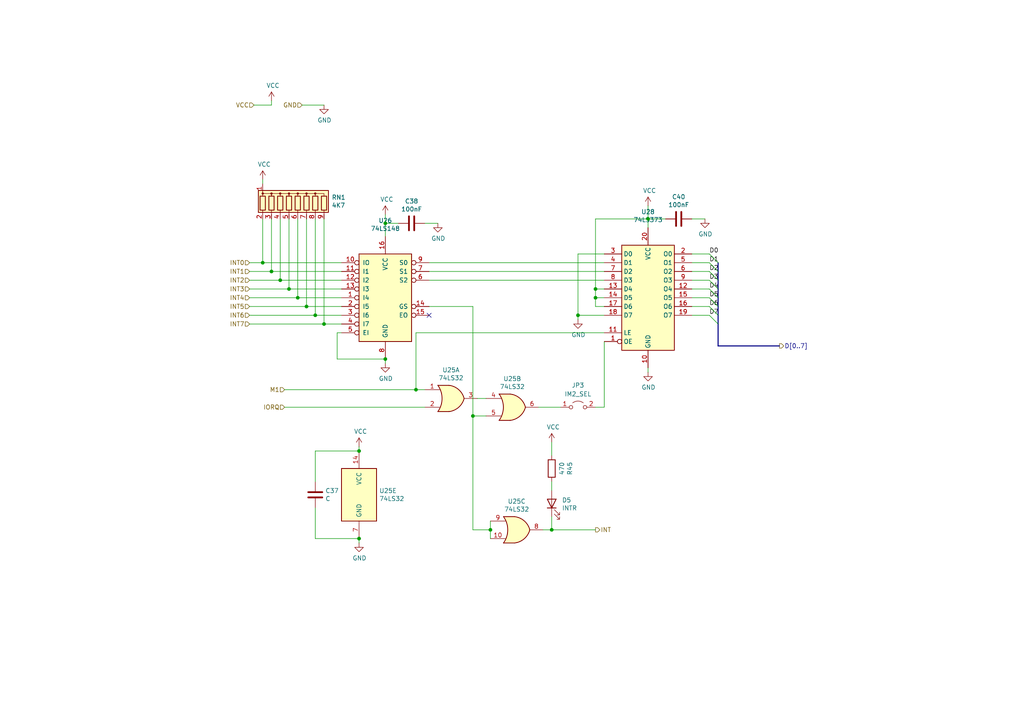
<source format=kicad_sch>
(kicad_sch (version 20211123) (generator eeschema)
  (paper "A4")
  (lib_symbols
    (symbol "74xx:74LS148" (pin_names (offset 1.016))
      (property "Reference" "U" (at -7.62 13.97 0))
      (property "Value" "74LS148" (at -7.62 -13.97 0))
      (symbol "74LS148_1_0"
        (pin input inverted (at -12.7 0 0) (length 5.08) (name "I4") (number "1"))
        (pin input inverted (at -12.7 10.16 0) (length 5.08) (name "IO") (number "10"))
        (pin input inverted (at -12.7 7.62 0) (length 5.08) (name "I1") (number "11"))
        (pin input inverted (at -12.7 5.08 0) (length 5.08) (name "I2") (number "12"))
        (pin input inverted (at -12.7 2.54 0) (length 5.08) (name "I3") (number "13"))
        (pin output inverted (at 12.7 -2.54 180) (length 5.08) (name "GS") (number "14"))
        (pin output inverted (at 12.7 -5.08 180) (length 5.08) (name "EO") (number "15"))
        (pin power_in line (at 0 17.78 270) (length 5.08) (name "VCC") (number "16"))
        (pin input inverted (at -12.7 -2.54 0) (length 5.08) (name "I5") (number "2"))
        (pin input inverted (at -12.7 -5.08 0) (length 5.08) (name "I6") (number "3"))
        (pin input inverted (at -12.7 -7.62 0) (length 5.08) (name "I7") (number "4"))
        (pin input inverted (at -12.7 -10.16 0) (length 5.08) (name "EI") (number "5"))
        (pin output inverted (at 12.7 5.08 180) (length 5.08) (name "S2") (number "6"))
        (pin output inverted (at 12.7 7.62 180) (length 5.08) (name "S1") (number "7"))
        (pin power_in line (at 0 -17.78 90) (length 5.08) (name "GND") (number "8"))
        (pin output inverted (at 12.7 10.16 180) (length 5.08) (name "S0") (number "9"))
      )
      (symbol "74LS148_1_1"
        (rectangle (start -7.62 12.7) (end 7.62 -12.7) (stroke (width 0.254)) (fill (type background)))
      )
    )
    (symbol "74xx:74LS32" (pin_names (offset 1.016))
      (property "Reference" "U" (at 0 1.27 0))
      (property "Value" "74LS32" (at 0 -1.27 0))
      (symbol "74LS32_1_1"
        (arc (start -3.81 -3.81) (mid -2.589 0) (end -3.81 3.81) (stroke (width 0.254)))
        (arc (start -0.6096 -3.81) (mid 2.1842 -2.5851) (end 3.81 0) (stroke (width 0.254)) (fill (type background)))
        (polyline (pts (xy -3.81 -3.81) (xy -0.635 -3.81)) (stroke (width 0.254)) (fill (type background)))
        (polyline (pts (xy -3.81 3.81) (xy -0.635 3.81)) (stroke (width 0.254)) (fill (type background)))
        (polyline (pts (xy -0.635 3.81) (xy -3.81 3.81) (xy -3.81 3.81) (xy -3.556 3.4036) (xy -3.0226 2.2606) (xy -2.6924 1.0414) (xy -2.6162 -0.254) (xy -2.7686 -1.4986) (xy -3.175 -2.7178) (xy -3.81 -3.81) (xy -3.81 -3.81) (xy -0.635 -3.81)) (stroke (width -25.4)) (fill (type background)))
        (arc (start 3.81 0) (mid 2.1915 2.5936) (end -0.6096 3.81) (stroke (width 0.254)) (fill (type background)))
        (pin input line (at -7.62 2.54 0) (length 4.318) (name "~") (number "1"))
        (pin input line (at -7.62 -2.54 0) (length 4.318) (name "~") (number "2"))
        (pin output line (at 7.62 0 180) (length 3.81) (name "~") (number "3"))
      )
      (symbol "74LS32_1_2"
        (arc (start 0 -3.81) (mid 3.81 0) (end 0 3.81) (stroke (width 0.254)) (fill (type background)))
        (polyline (pts (xy 0 3.81) (xy -3.81 3.81) (xy -3.81 -3.81) (xy 0 -3.81)) (stroke (width 0.254)) (fill (type background)))
        (pin input inverted (at -7.62 2.54 0) (length 3.81) (name "~") (number "1"))
        (pin input inverted (at -7.62 -2.54 0) (length 3.81) (name "~") (number "2"))
        (pin output inverted (at 7.62 0 180) (length 3.81) (name "~") (number "3"))
      )
      (symbol "74LS32_2_1"
        (arc (start -3.81 -3.81) (mid -2.589 0) (end -3.81 3.81) (stroke (width 0.254)))
        (arc (start -0.6096 -3.81) (mid 2.1842 -2.5851) (end 3.81 0) (stroke (width 0.254)) (fill (type background)))
        (polyline (pts (xy -3.81 -3.81) (xy -0.635 -3.81)) (stroke (width 0.254)) (fill (type background)))
        (polyline (pts (xy -3.81 3.81) (xy -0.635 3.81)) (stroke (width 0.254)) (fill (type background)))
        (polyline (pts (xy -0.635 3.81) (xy -3.81 3.81) (xy -3.81 3.81) (xy -3.556 3.4036) (xy -3.0226 2.2606) (xy -2.6924 1.0414) (xy -2.6162 -0.254) (xy -2.7686 -1.4986) (xy -3.175 -2.7178) (xy -3.81 -3.81) (xy -3.81 -3.81) (xy -0.635 -3.81)) (stroke (width -25.4)) (fill (type background)))
        (arc (start 3.81 0) (mid 2.1915 2.5936) (end -0.6096 3.81) (stroke (width 0.254)) (fill (type background)))
        (pin input line (at -7.62 2.54 0) (length 4.318) (name "~") (number "4"))
        (pin input line (at -7.62 -2.54 0) (length 4.318) (name "~") (number "5"))
        (pin output line (at 7.62 0 180) (length 3.81) (name "~") (number "6"))
      )
      (symbol "74LS32_2_2"
        (arc (start 0 -3.81) (mid 3.81 0) (end 0 3.81) (stroke (width 0.254)) (fill (type background)))
        (polyline (pts (xy 0 3.81) (xy -3.81 3.81) (xy -3.81 -3.81) (xy 0 -3.81)) (stroke (width 0.254)) (fill (type background)))
        (pin input inverted (at -7.62 2.54 0) (length 3.81) (name "~") (number "4"))
        (pin input inverted (at -7.62 -2.54 0) (length 3.81) (name "~") (number "5"))
        (pin output inverted (at 7.62 0 180) (length 3.81) (name "~") (number "6"))
      )
      (symbol "74LS32_3_1"
        (arc (start -3.81 -3.81) (mid -2.589 0) (end -3.81 3.81) (stroke (width 0.254)))
        (arc (start -0.6096 -3.81) (mid 2.1842 -2.5851) (end 3.81 0) (stroke (width 0.254)) (fill (type background)))
        (polyline (pts (xy -3.81 -3.81) (xy -0.635 -3.81)) (stroke (width 0.254)) (fill (type background)))
        (polyline (pts (xy -3.81 3.81) (xy -0.635 3.81)) (stroke (width 0.254)) (fill (type background)))
        (polyline (pts (xy -0.635 3.81) (xy -3.81 3.81) (xy -3.81 3.81) (xy -3.556 3.4036) (xy -3.0226 2.2606) (xy -2.6924 1.0414) (xy -2.6162 -0.254) (xy -2.7686 -1.4986) (xy -3.175 -2.7178) (xy -3.81 -3.81) (xy -3.81 -3.81) (xy -0.635 -3.81)) (stroke (width -25.4)) (fill (type background)))
        (arc (start 3.81 0) (mid 2.1915 2.5936) (end -0.6096 3.81) (stroke (width 0.254)) (fill (type background)))
        (pin input line (at -7.62 -2.54 0) (length 4.318) (name "~") (number "10"))
        (pin output line (at 7.62 0 180) (length 3.81) (name "~") (number "8"))
        (pin input line (at -7.62 2.54 0) (length 4.318) (name "~") (number "9"))
      )
      (symbol "74LS32_3_2"
        (arc (start 0 -3.81) (mid 3.81 0) (end 0 3.81) (stroke (width 0.254)) (fill (type background)))
        (polyline (pts (xy 0 3.81) (xy -3.81 3.81) (xy -3.81 -3.81) (xy 0 -3.81)) (stroke (width 0.254)) (fill (type background)))
        (pin input inverted (at -7.62 -2.54 0) (length 3.81) (name "~") (number "10"))
        (pin output inverted (at 7.62 0 180) (length 3.81) (name "~") (number "8"))
        (pin input inverted (at -7.62 2.54 0) (length 3.81) (name "~") (number "9"))
      )
      (symbol "74LS32_4_1"
        (arc (start -3.81 -3.81) (mid -2.589 0) (end -3.81 3.81) (stroke (width 0.254)))
        (arc (start -0.6096 -3.81) (mid 2.1842 -2.5851) (end 3.81 0) (stroke (width 0.254)) (fill (type background)))
        (polyline (pts (xy -3.81 -3.81) (xy -0.635 -3.81)) (stroke (width 0.254)) (fill (type background)))
        (polyline (pts (xy -3.81 3.81) (xy -0.635 3.81)) (stroke (width 0.254)) (fill (type background)))
        (polyline (pts (xy -0.635 3.81) (xy -3.81 3.81) (xy -3.81 3.81) (xy -3.556 3.4036) (xy -3.0226 2.2606) (xy -2.6924 1.0414) (xy -2.6162 -0.254) (xy -2.7686 -1.4986) (xy -3.175 -2.7178) (xy -3.81 -3.81) (xy -3.81 -3.81) (xy -0.635 -3.81)) (stroke (width -25.4)) (fill (type background)))
        (arc (start 3.81 0) (mid 2.1915 2.5936) (end -0.6096 3.81) (stroke (width 0.254)) (fill (type background)))
        (pin output line (at 7.62 0 180) (length 3.81) (name "~") (number "11"))
        (pin input line (at -7.62 2.54 0) (length 4.318) (name "~") (number "12"))
        (pin input line (at -7.62 -2.54 0) (length 4.318) (name "~") (number "13"))
      )
      (symbol "74LS32_4_2"
        (arc (start 0 -3.81) (mid 3.81 0) (end 0 3.81) (stroke (width 0.254)) (fill (type background)))
        (polyline (pts (xy 0 3.81) (xy -3.81 3.81) (xy -3.81 -3.81) (xy 0 -3.81)) (stroke (width 0.254)) (fill (type background)))
        (pin output inverted (at 7.62 0 180) (length 3.81) (name "~") (number "11"))
        (pin input inverted (at -7.62 2.54 0) (length 3.81) (name "~") (number "12"))
        (pin input inverted (at -7.62 -2.54 0) (length 3.81) (name "~") (number "13"))
      )
      (symbol "74LS32_5_0"
        (pin power_in line (at 0 12.7 270) (length 5.08) (name "VCC") (number "14"))
        (pin power_in line (at 0 -12.7 90) (length 5.08) (name "GND") (number "7"))
      )
      (symbol "74LS32_5_1"
        (rectangle (start -5.08 7.62) (end 5.08 -7.62) (stroke (width 0.254)) (fill (type background)))
      )
    )
    (symbol "74xx:74LS373"
      (property "Reference" "U" (at -7.62 16.51 0))
      (property "Value" "74LS373" (at -7.62 -16.51 0))
      (symbol "74LS373_1_0"
        (pin input inverted (at -12.7 -12.7 0) (length 5.08) (name "OE") (number "1"))
        (pin power_in line (at 0 -20.32 90) (length 5.08) (name "GND") (number "10"))
        (pin input line (at -12.7 -10.16 0) (length 5.08) (name "LE") (number "11"))
        (pin tri_state line (at 12.7 2.54 180) (length 5.08) (name "O4") (number "12"))
        (pin input line (at -12.7 2.54 0) (length 5.08) (name "D4") (number "13"))
        (pin input line (at -12.7 0 0) (length 5.08) (name "D5") (number "14"))
        (pin tri_state line (at 12.7 0 180) (length 5.08) (name "O5") (number "15"))
        (pin tri_state line (at 12.7 -2.54 180) (length 5.08) (name "O6") (number "16"))
        (pin input line (at -12.7 -2.54 0) (length 5.08) (name "D6") (number "17"))
        (pin input line (at -12.7 -5.08 0) (length 5.08) (name "D7") (number "18"))
        (pin tri_state line (at 12.7 -5.08 180) (length 5.08) (name "O7") (number "19"))
        (pin tri_state line (at 12.7 12.7 180) (length 5.08) (name "O0") (number "2"))
        (pin power_in line (at 0 20.32 270) (length 5.08) (name "VCC") (number "20"))
        (pin input line (at -12.7 12.7 0) (length 5.08) (name "D0") (number "3"))
        (pin input line (at -12.7 10.16 0) (length 5.08) (name "D1") (number "4"))
        (pin tri_state line (at 12.7 10.16 180) (length 5.08) (name "O1") (number "5"))
        (pin tri_state line (at 12.7 7.62 180) (length 5.08) (name "O2") (number "6"))
        (pin input line (at -12.7 7.62 0) (length 5.08) (name "D2") (number "7"))
        (pin input line (at -12.7 5.08 0) (length 5.08) (name "D3") (number "8"))
        (pin tri_state line (at 12.7 5.08 180) (length 5.08) (name "O3") (number "9"))
      )
      (symbol "74LS373_1_1"
        (rectangle (start -7.62 15.24) (end 7.62 -15.24) (stroke (width 0.254)) (fill (type background)))
      )
    )
    (symbol "Device:C" (pin_numbers hide) (pin_names (offset 0.254))
      (property "Reference" "C" (at 0.635 2.54 0))
      (property "Value" "C" (at 0.635 -2.54 0))
      (symbol "C_0_1"
        (polyline (pts (xy -2.032 -0.762) (xy 2.032 -0.762)) (stroke (width 0.508)))
        (polyline (pts (xy -2.032 0.762) (xy 2.032 0.762)) (stroke (width 0.508)))
      )
      (symbol "C_1_1"
        (pin passive line (at 0 3.81 270) (length 2.794) (name "~") (number "1"))
        (pin passive line (at 0 -3.81 90) (length 2.794) (name "~") (number "2"))
      )
    )
    (symbol "Device:LED" (pin_numbers hide) (pin_names (offset 1.016) hide)
      (property "Reference" "D" (at 0 2.54 0))
      (property "Value" "LED" (at 0 -2.54 0))
      (symbol "LED_0_1"
        (polyline (pts (xy -1.27 -1.27) (xy -1.27 1.27)) (stroke (width 0.254)))
        (polyline (pts (xy -1.27 0) (xy 1.27 0)))
        (polyline (pts (xy 1.27 -1.27) (xy 1.27 1.27) (xy -1.27 0) (xy 1.27 -1.27)) (stroke (width 0.254)))
        (polyline (pts (xy -3.048 -0.762) (xy -4.572 -2.286) (xy -3.81 -2.286) (xy -4.572 -2.286) (xy -4.572 -1.524)))
        (polyline (pts (xy -1.778 -0.762) (xy -3.302 -2.286) (xy -2.54 -2.286) (xy -3.302 -2.286) (xy -3.302 -1.524)))
      )
      (symbol "LED_1_1"
        (pin passive line (at -3.81 0 0) (length 2.54) (name "K") (number "1"))
        (pin passive line (at 3.81 0 180) (length 2.54) (name "A") (number "2"))
      )
    )
    (symbol "Device:R" (pin_numbers hide) (pin_names (offset 0))
      (property "Reference" "R" (at 2.032 0 90))
      (property "Value" "R" (at 0 0 90))
      (symbol "R_0_1"
        (rectangle (start -1.016 -2.54) (end 1.016 2.54) (stroke (width 0.254)))
      )
      (symbol "R_1_1"
        (pin passive line (at 0 3.81 270) (length 1.27) (name "~") (number "1"))
        (pin passive line (at 0 -3.81 90) (length 1.27) (name "~") (number "2"))
      )
    )
    (symbol "Device:R_Network08" (pin_names (offset 0) hide)
      (property "Reference" "RN" (at -12.7 0 90))
      (property "Value" "R_Network08" (at 10.16 0 90))
      (symbol "R_Network08_0_1"
        (rectangle (start -11.43 -3.175) (end 8.89 3.175) (stroke (width 0.254)) (fill (type background)))
        (rectangle (start -10.922 1.524) (end -9.398 -2.54) (stroke (width 0.254)))
        (circle (center -10.16 2.286) (radius 0.254) (fill (type outline)))
        (rectangle (start -8.382 1.524) (end -6.858 -2.54) (stroke (width 0.254)))
        (circle (center -7.62 2.286) (radius 0.254) (fill (type outline)))
        (rectangle (start -5.842 1.524) (end -4.318 -2.54) (stroke (width 0.254)))
        (circle (center -5.08 2.286) (radius 0.254) (fill (type outline)))
        (rectangle (start -3.302 1.524) (end -1.778 -2.54) (stroke (width 0.254)))
        (circle (center -2.54 2.286) (radius 0.254) (fill (type outline)))
        (rectangle (start -0.762 1.524) (end 0.762 -2.54) (stroke (width 0.254)))
        (polyline (pts (xy -10.16 -2.54) (xy -10.16 -3.81)))
        (polyline (pts (xy -7.62 -2.54) (xy -7.62 -3.81)))
        (polyline (pts (xy -5.08 -2.54) (xy -5.08 -3.81)))
        (polyline (pts (xy -2.54 -2.54) (xy -2.54 -3.81)))
        (polyline (pts (xy 0 -2.54) (xy 0 -3.81)))
        (polyline (pts (xy 2.54 -2.54) (xy 2.54 -3.81)))
        (polyline (pts (xy 5.08 -2.54) (xy 5.08 -3.81)))
        (polyline (pts (xy 7.62 -2.54) (xy 7.62 -3.81)))
        (polyline (pts (xy -10.16 1.524) (xy -10.16 2.286) (xy -7.62 2.286) (xy -7.62 1.524)))
        (polyline (pts (xy -7.62 1.524) (xy -7.62 2.286) (xy -5.08 2.286) (xy -5.08 1.524)))
        (polyline (pts (xy -5.08 1.524) (xy -5.08 2.286) (xy -2.54 2.286) (xy -2.54 1.524)))
        (polyline (pts (xy -2.54 1.524) (xy -2.54 2.286) (xy 0 2.286) (xy 0 1.524)))
        (polyline (pts (xy 0 1.524) (xy 0 2.286) (xy 2.54 2.286) (xy 2.54 1.524)))
        (polyline (pts (xy 2.54 1.524) (xy 2.54 2.286) (xy 5.08 2.286) (xy 5.08 1.524)))
        (polyline (pts (xy 5.08 1.524) (xy 5.08 2.286) (xy 7.62 2.286) (xy 7.62 1.524)))
        (circle (center 0 2.286) (radius 0.254) (fill (type outline)))
        (rectangle (start 1.778 1.524) (end 3.302 -2.54) (stroke (width 0.254)))
        (circle (center 2.54 2.286) (radius 0.254) (fill (type outline)))
        (rectangle (start 4.318 1.524) (end 5.842 -2.54) (stroke (width 0.254)))
        (circle (center 5.08 2.286) (radius 0.254) (fill (type outline)))
        (rectangle (start 6.858 1.524) (end 8.382 -2.54) (stroke (width 0.254)))
      )
      (symbol "R_Network08_1_1"
        (pin passive line (at -10.16 5.08 270) (length 2.54) (name "common") (number "1"))
        (pin passive line (at -10.16 -5.08 90) (length 1.27) (name "R1") (number "2"))
        (pin passive line (at -7.62 -5.08 90) (length 1.27) (name "R2") (number "3"))
        (pin passive line (at -5.08 -5.08 90) (length 1.27) (name "R3") (number "4"))
        (pin passive line (at -2.54 -5.08 90) (length 1.27) (name "R4") (number "5"))
        (pin passive line (at 0 -5.08 90) (length 1.27) (name "R5") (number "6"))
        (pin passive line (at 2.54 -5.08 90) (length 1.27) (name "R6") (number "7"))
        (pin passive line (at 5.08 -5.08 90) (length 1.27) (name "R7") (number "8"))
        (pin passive line (at 7.62 -5.08 90) (length 1.27) (name "R8") (number "9"))
      )
    )
    (symbol "Jumper:Jumper_2_Open" (pin_names (offset 0) hide)
      (property "Reference" "JP" (at 0 2.794 0))
      (property "Value" "Jumper_2_Open" (at 0 -2.286 0))
      (symbol "Jumper_2_Open_0_0"
        (circle (center -2.032 0) (radius 0.508))
        (circle (center 2.032 0) (radius 0.508))
      )
      (symbol "Jumper_2_Open_0_1"
        (arc (start 1.524 1.27) (mid 0 1.778) (end -1.524 1.27))
      )
      (symbol "Jumper_2_Open_1_1"
        (pin passive line (at -5.08 0 0) (length 2.54) (name "A") (number "1"))
        (pin passive line (at 5.08 0 180) (length 2.54) (name "B") (number "2"))
      )
    )
    (symbol "power:GND" (power) (pin_names (offset 0))
      (property "Value" "GND" (at 0 -3.81 0))
      (symbol "GND_0_1"
        (polyline (pts (xy 0 0) (xy 0 -1.27) (xy 1.27 -1.27) (xy 0 -2.54) (xy -1.27 -1.27) (xy 0 -1.27)))
      )
      (symbol "GND_1_1"
        (pin power_in line (at 0 0 270) (length 0) hide (name "GND") (number "1"))
      )
    )
    (symbol "power:VCC" (power) (pin_names (offset 0))
      (property "Value" "VCC" (at 0 3.81 0))
      (symbol "VCC_0_1"
        (polyline (pts (xy -0.762 1.27) (xy 0 2.54)))
        (polyline (pts (xy 0 0) (xy 0 2.54)))
        (polyline (pts (xy 0 2.54) (xy 0.762 1.27)))
      )
      (symbol "VCC_1_1"
        (pin power_in line (at 0 0 90) (length 0) hide (name "VCC") (number "1"))
      )
    )
  )
  (junction (at 120.65 113.03))
  (junction (at 111.76 64.77))
  (junction (at 81.28 81.28))
  (junction (at 187.96 63.5))
  (junction (at 160.02 153.67))
  (junction (at 104.14 156.21))
  (junction (at 111.76 104.14))
  (junction (at 83.82 83.82))
  (junction (at 93.98 93.98))
  (junction (at 76.2 76.2))
  (junction (at 142.24 153.67))
  (junction (at 167.64 91.44))
  (junction (at 88.9 88.9))
  (junction (at 104.14 130.81))
  (junction (at 91.44 91.44))
  (junction (at 86.36 86.36))
  (junction (at 137.16 120.65))
  (junction (at 172.72 86.36))
  (junction (at 172.72 83.82))
  (junction (at 78.74 78.74))
  (no_connect (at 124.46 91.44))
  (bus_entry (at 208.28 88.9) (size -2.54 -2.54))
  (bus_entry (at 208.28 83.82) (size -2.54 -2.54))
  (bus_entry (at 208.28 86.36) (size -2.54 -2.54))
  (bus_entry (at 208.28 81.28) (size -2.54 -2.54))
  (bus_entry (at 208.28 78.74) (size -2.54 -2.54))
  (bus_entry (at 208.28 76.2) (size -2.54 -2.54))
  (bus_entry (at 208.28 91.44) (size -2.54 -2.54))
  (bus_entry (at 208.28 93.98) (size -2.54 -2.54))
  (bus (pts (xy 208.28 100.33) (xy 226.06 100.33)))
  (wire (pts (xy 91.44 63.5) (xy 91.44 91.44)))
  (wire (pts (xy 172.72 86.36) (xy 172.72 88.9)))
  (wire (pts (xy 86.36 63.5) (xy 86.36 86.36)))
  (wire (pts (xy 142.24 151.13) (xy 142.24 153.67)))
  (wire (pts (xy 76.2 52.07) (xy 76.2 53.34)))
  (bus (pts (xy 208.28 93.98) (xy 208.28 100.33)))
  (wire (pts (xy 99.06 88.9) (xy 88.9 88.9)))
  (wire (pts (xy 115.57 64.77) (xy 111.76 64.77)))
  (wire (pts (xy 78.74 30.48) (xy 73.66 30.48)))
  (wire (pts (xy 99.06 81.28) (xy 81.28 81.28)))
  (wire (pts (xy 111.76 62.23) (xy 111.76 64.77)))
  (wire (pts (xy 124.46 76.2) (xy 175.26 76.2)))
  (wire (pts (xy 172.72 83.82) (xy 172.72 86.36)))
  (wire (pts (xy 78.74 63.5) (xy 78.74 78.74)))
  (wire (pts (xy 78.74 29.21) (xy 78.74 30.48)))
  (wire (pts (xy 99.06 83.82) (xy 83.82 83.82)))
  (wire (pts (xy 200.66 88.9) (xy 205.74 88.9)))
  (wire (pts (xy 172.72 83.82) (xy 172.72 63.5)))
  (wire (pts (xy 175.26 83.82) (xy 172.72 83.82)))
  (wire (pts (xy 205.74 91.44) (xy 200.66 91.44)))
  (wire (pts (xy 78.74 78.74) (xy 72.39 78.74)))
  (bus (pts (xy 208.28 76.2) (xy 208.28 78.74)))
  (wire (pts (xy 140.97 120.65) (xy 137.16 120.65)))
  (wire (pts (xy 204.47 63.5) (xy 200.66 63.5)))
  (wire (pts (xy 76.2 76.2) (xy 72.39 76.2)))
  (wire (pts (xy 87.63 30.48) (xy 93.98 30.48)))
  (wire (pts (xy 167.64 73.66) (xy 175.26 73.66)))
  (wire (pts (xy 111.76 64.77) (xy 111.76 68.58)))
  (wire (pts (xy 205.74 86.36) (xy 200.66 86.36)))
  (wire (pts (xy 99.06 93.98) (xy 93.98 93.98)))
  (wire (pts (xy 86.36 86.36) (xy 72.39 86.36)))
  (bus (pts (xy 208.28 86.36) (xy 208.28 88.9)))
  (wire (pts (xy 167.64 73.66) (xy 167.64 91.44)))
  (wire (pts (xy 93.98 93.98) (xy 72.39 93.98)))
  (wire (pts (xy 93.98 63.5) (xy 93.98 93.98)))
  (wire (pts (xy 123.19 113.03) (xy 120.65 113.03)))
  (wire (pts (xy 167.64 91.44) (xy 167.64 92.71)))
  (wire (pts (xy 99.06 78.74) (xy 78.74 78.74)))
  (wire (pts (xy 157.48 153.67) (xy 160.02 153.67)))
  (wire (pts (xy 111.76 104.14) (xy 97.79 104.14)))
  (wire (pts (xy 187.96 59.69) (xy 187.96 63.5)))
  (bus (pts (xy 208.28 91.44) (xy 208.28 93.98)))
  (wire (pts (xy 124.46 78.74) (xy 175.26 78.74)))
  (wire (pts (xy 137.16 88.9) (xy 124.46 88.9)))
  (wire (pts (xy 160.02 139.7) (xy 160.02 142.24)))
  (wire (pts (xy 172.72 88.9) (xy 175.26 88.9)))
  (wire (pts (xy 91.44 139.7) (xy 91.44 130.81)))
  (wire (pts (xy 99.06 91.44) (xy 91.44 91.44)))
  (wire (pts (xy 175.26 86.36) (xy 172.72 86.36)))
  (wire (pts (xy 104.14 130.81) (xy 104.14 129.54)))
  (bus (pts (xy 208.28 81.28) (xy 208.28 83.82)))
  (wire (pts (xy 91.44 130.81) (xy 104.14 130.81)))
  (wire (pts (xy 200.66 83.82) (xy 205.74 83.82)))
  (wire (pts (xy 88.9 88.9) (xy 72.39 88.9)))
  (wire (pts (xy 137.16 120.65) (xy 137.16 88.9)))
  (wire (pts (xy 83.82 63.5) (xy 83.82 83.82)))
  (wire (pts (xy 99.06 86.36) (xy 86.36 86.36)))
  (wire (pts (xy 99.06 76.2) (xy 76.2 76.2)))
  (bus (pts (xy 208.28 83.82) (xy 208.28 86.36)))
  (wire (pts (xy 193.04 63.5) (xy 187.96 63.5)))
  (bus (pts (xy 208.28 78.74) (xy 208.28 81.28)))
  (wire (pts (xy 81.28 63.5) (xy 81.28 81.28)))
  (wire (pts (xy 175.26 91.44) (xy 167.64 91.44)))
  (wire (pts (xy 120.65 113.03) (xy 82.55 113.03)))
  (wire (pts (xy 104.14 157.48) (xy 104.14 156.21)))
  (wire (pts (xy 142.24 153.67) (xy 142.24 156.21)))
  (wire (pts (xy 97.79 96.52) (xy 99.06 96.52)))
  (wire (pts (xy 205.74 81.28) (xy 200.66 81.28)))
  (wire (pts (xy 156.21 118.11) (xy 162.56 118.11)))
  (wire (pts (xy 127 64.77) (xy 123.19 64.77)))
  (wire (pts (xy 175.26 118.11) (xy 175.26 99.06)))
  (wire (pts (xy 76.2 63.5) (xy 76.2 76.2)))
  (wire (pts (xy 104.14 156.21) (xy 91.44 156.21)))
  (wire (pts (xy 137.16 120.65) (xy 137.16 153.67)))
  (bus (pts (xy 208.28 88.9) (xy 208.28 91.44)))
  (wire (pts (xy 160.02 153.67) (xy 172.72 153.67)))
  (wire (pts (xy 120.65 113.03) (xy 120.65 96.52)))
  (wire (pts (xy 160.02 128.27) (xy 160.02 132.08)))
  (wire (pts (xy 200.66 76.2) (xy 205.74 76.2)))
  (wire (pts (xy 91.44 156.21) (xy 91.44 147.32)))
  (wire (pts (xy 205.74 73.66) (xy 200.66 73.66)))
  (wire (pts (xy 88.9 63.5) (xy 88.9 88.9)))
  (wire (pts (xy 124.46 81.28) (xy 175.26 81.28)))
  (wire (pts (xy 172.72 118.11) (xy 175.26 118.11)))
  (wire (pts (xy 200.66 78.74) (xy 205.74 78.74)))
  (wire (pts (xy 111.76 105.41) (xy 111.76 104.14)))
  (wire (pts (xy 120.65 96.52) (xy 175.26 96.52)))
  (wire (pts (xy 91.44 91.44) (xy 72.39 91.44)))
  (wire (pts (xy 160.02 149.86) (xy 160.02 153.67)))
  (wire (pts (xy 187.96 63.5) (xy 187.96 66.04)))
  (wire (pts (xy 187.96 106.68) (xy 187.96 107.95)))
  (wire (pts (xy 83.82 83.82) (xy 72.39 83.82)))
  (wire (pts (xy 172.72 63.5) (xy 187.96 63.5)))
  (wire (pts (xy 123.19 118.11) (xy 82.55 118.11)))
  (wire (pts (xy 97.79 104.14) (xy 97.79 96.52)))
  (wire (pts (xy 137.16 153.67) (xy 142.24 153.67)))
  (wire (pts (xy 81.28 81.28) (xy 72.39 81.28)))
  (wire (pts (xy 138.43 115.57) (xy 140.97 115.57)))
  (label "D1" (at 205.74 76.2 0))
  (label "D5" (at 205.74 86.36 0))
  (label "D2" (at 205.74 78.74 0))
  (label "D4" (at 205.74 83.82 0))
  (label "D7" (at 205.74 91.44 0))
  (label "D0" (at 205.74 73.66 0))
  (label "D3" (at 205.74 81.28 0))
  (label "D6" (at 205.74 88.9 0))
  (hierarchical_label "GND" (shape input) (at 87.63 30.48 180))
  (hierarchical_label "INT5" (shape input) (at 72.39 88.9 180))
  (hierarchical_label "VCC" (shape input) (at 73.66 30.48 180))
  (hierarchical_label "INT1" (shape input) (at 72.39 78.74 180))
  (hierarchical_label "INT0" (shape input) (at 72.39 76.2 180))
  (hierarchical_label "D[0..7]" (shape output) (at 226.06 100.33 0))
  (hierarchical_label "INT7" (shape input) (at 72.39 93.98 180))
  (hierarchical_label "M1" (shape input) (at 82.55 113.03 180))
  (hierarchical_label "INT" (shape output) (at 172.72 153.67 0))
  (hierarchical_label "INT2" (shape input) (at 72.39 81.28 180))
  (hierarchical_label "IORQ" (shape input) (at 82.55 118.11 180))
  (hierarchical_label "INT6" (shape input) (at 72.39 91.44 180))
  (hierarchical_label "INT3" (shape input) (at 72.39 83.82 180))
  (hierarchical_label "INT4" (shape input) (at 72.39 86.36 180))
  (symbol (lib_id "power:GND") (at 104.14 157.48 0) (unit 1)
    (property "Reference" "#PWR055" (effects hide))
    (property "Value" "GND" (at 104.267 161.8742 0))
  )
  (symbol (lib_id "74xx:74LS32") (at 148.59 118.11 0) (unit 2)
    (property "Reference" "U25" (at 148.59 109.855 0))
    (property "Value" "74LS32" (at 148.59 112.1664 0))
    (property "Footprint" "Package_DIP:DIP-14_W7.62mm_LongPads" (effects hide))
    (property "Datasheet" "http://www.ti.com/lit/gpn/sn74LS32" (effects hide))
  )
  (symbol (lib_id "power:GND") (at 127 64.77 0) (unit 1)
    (property "Reference" "#PWR058" (effects hide))
    (property "Value" "GND" (at 127.127 69.1642 0))
  )
  (symbol (lib_id "power:GND") (at 93.98 30.48 0) (unit 1)
    (property "Reference" "#PWR053" (effects hide))
    (property "Value" "GND" (at 94.107 34.8742 0))
  )
  (symbol (lib_id "power:GND") (at 167.64 92.71 0) (unit 1)
    (property "Reference" "#PWR0108" (effects hide))
    (property "Value" "GND" (at 167.767 97.1042 0))
  )
  (symbol (lib_id "Jumper:Jumper_2_Open") (at 167.64 118.11 0) (unit 1)
    (property "Reference" "JP3" (at 167.64 111.76 0))
    (property "Value" "IM2_SEL" (at 167.64 114.3 0))
    (property "Footprint" "Connector_PinHeader_2.54mm:PinHeader_1x02_P2.54mm_Vertical" (effects hide))
  )
  (symbol (lib_id "power:VCC") (at 111.76 62.23 0) (unit 1)
    (property "Reference" "#PWR056" (effects hide))
    (property "Value" "VCC" (at 112.1918 57.8358 0))
  )
  (symbol (lib_id "74xx:74LS373") (at 187.96 86.36 0) (unit 1)
    (property "Reference" "U28" (at 187.96 61.4426 0))
    (property "Value" "74LS373" (at 187.96 63.754 0))
    (property "Footprint" "Package_DIP:DIP-20_W7.62mm_LongPads" (effects hide))
    (property "Datasheet" "http://www.ti.com/lit/gpn/sn74LS373" (effects hide))
  )
  (symbol (lib_id "Device:C") (at 91.44 143.51 180) (unit 1)
    (property "Reference" "C37" (at 94.361 142.3416 0) (effects (justify right)))
    (property "Value" "C" (at 94.361 144.653 0) (effects (justify right)))
    (property "Footprint" "Capacitor_THT:C_Disc_D7.0mm_W2.5mm_P5.00mm" (effects hide))
  )
  (symbol (lib_id "power:GND") (at 187.96 107.95 0) (unit 1)
    (property "Reference" "#PWR063" (effects hide))
    (property "Value" "GND" (at 188.087 112.3442 0))
  )
  (symbol (lib_id "power:VCC") (at 76.2 52.07 0) (unit 1)
    (property "Reference" "#PWR051" (effects hide))
    (property "Value" "VCC" (at 76.6318 47.6758 0))
  )
  (symbol (lib_id "Device:LED") (at 160.02 146.05 90) (unit 1)
    (property "Reference" "D5" (at 162.9918 145.0594 90) (effects (justify right)))
    (property "Value" "INTR" (at 162.9918 147.3708 90) (effects (justify right)))
    (property "Footprint" "LED_THT:LED_D3.0mm" (effects hide))
  )
  (symbol (lib_id "power:VCC") (at 104.14 129.54 0) (unit 1)
    (property "Reference" "#PWR054" (effects hide))
    (property "Value" "VCC" (at 104.5718 125.1458 0))
  )
  (symbol (lib_id "power:VCC") (at 187.96 59.69 0) (unit 1)
    (property "Reference" "#PWR062" (effects hide))
    (property "Value" "VCC" (at 188.3918 55.2958 0))
  )
  (symbol (lib_id "Device:C") (at 119.38 64.77 90) (unit 1)
    (property "Reference" "C38" (at 119.38 58.3692 90))
    (property "Value" "100nF" (at 119.38 60.6806 90))
    (property "Footprint" "Capacitor_THT:C_Disc_D7.0mm_W2.5mm_P5.00mm" (effects hide))
  )
  (symbol (lib_id "Device:R_Network08") (at 86.36 58.42 0) (unit 1)
    (property "Reference" "RN1" (at 96.2152 57.2516 0) (effects (justify left)))
    (property "Value" "4K7" (at 96.2152 59.563 0) (effects (justify left)))
    (property "Footprint" "Resistor_THT:R_Array_SIP9" (effects hide))
    (property "Datasheet" "http://www.vishay.com/docs/31509/csc.pdf" (effects hide))
  )
  (symbol (lib_id "power:GND") (at 111.76 105.41 0) (unit 1)
    (property "Reference" "#PWR057" (effects hide))
    (property "Value" "GND" (at 111.887 109.8042 0))
  )
  (symbol (lib_id "74xx:74LS32") (at 104.14 143.51 0) (unit 5)
    (property "Reference" "U25" (at 109.982 142.3416 0) (effects (justify left)))
    (property "Value" "74LS32" (at 109.982 144.653 0) (effects (justify left)))
    (property "Footprint" "Package_DIP:DIP-14_W7.62mm_LongPads" (effects hide))
    (property "Datasheet" "http://www.ti.com/lit/gpn/sn74LS32" (effects hide))
  )
  (symbol (lib_id "74xx:74LS32") (at 130.81 115.57 0) (unit 1)
    (property "Reference" "U25" (at 130.81 107.315 0))
    (property "Value" "74LS32" (at 130.81 109.6264 0))
    (property "Footprint" "Package_DIP:DIP-14_W7.62mm_LongPads" (effects hide))
    (property "Datasheet" "http://www.ti.com/lit/gpn/sn74LS32" (effects hide))
  )
  (symbol (lib_id "power:VCC") (at 160.02 128.27 0) (unit 1)
    (property "Reference" "#PWR061" (effects hide))
    (property "Value" "VCC" (at 160.4518 123.8758 0))
  )
  (symbol (lib_id "74xx:74LS32") (at 149.86 153.67 0) (unit 3)
    (property "Reference" "U25" (at 149.86 145.415 0))
    (property "Value" "74LS32" (at 149.86 147.7264 0))
    (property "Footprint" "Package_DIP:DIP-14_W7.62mm_LongPads" (effects hide))
    (property "Datasheet" "http://www.ti.com/lit/gpn/sn74LS32" (effects hide))
  )
  (symbol (lib_id "Device:R") (at 160.02 135.89 180) (unit 1)
    (property "Reference" "R45" (at 165.2778 135.89 90))
    (property "Value" "470" (at 162.9664 135.89 90))
    (property "Footprint" "Resistor_THT:R_Axial_DIN0207_L6.3mm_D2.5mm_P10.16mm_Horizontal" (effects hide))
  )
  (symbol (lib_id "Device:C") (at 196.85 63.5 90) (unit 1)
    (property "Reference" "C40" (at 196.85 57.0992 90))
    (property "Value" "100nF" (at 196.85 59.4106 90))
    (property "Footprint" "Capacitor_THT:C_Disc_D7.0mm_W2.5mm_P5.00mm" (effects hide))
  )
  (symbol (lib_id "74xx:74LS148") (at 111.76 86.36 0) (unit 1)
    (property "Reference" "U26" (at 111.76 63.9826 0))
    (property "Value" "74LS148" (at 111.76 66.294 0))
    (property "Footprint" "Package_DIP:DIP-16_W7.62mm_LongPads" (effects hide))
    (property "Datasheet" "http://www.ti.com/lit/gpn/sn74LS148" (effects hide))
  )
  (symbol (lib_id "power:VCC") (at 78.74 29.21 0) (unit 1)
    (property "Reference" "#PWR052" (effects hide))
    (property "Value" "VCC" (at 79.1718 24.8158 0))
  )
  (symbol (lib_id "power:GND") (at 204.47 63.5 0) (unit 1)
    (property "Reference" "#PWR064" (effects hide))
    (property "Value" "GND" (at 204.597 67.8942 0))
  )
)
</source>
